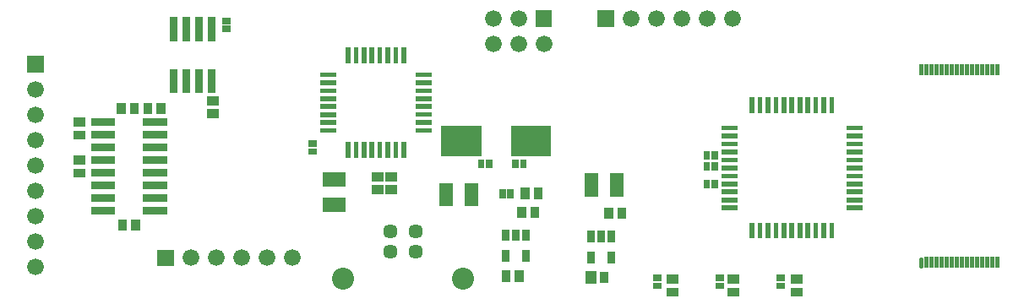
<source format=gbr>
G04 start of page 5 for group -4063 idx -4063 *
G04 Title: (unknown), componentmask *
G04 Creator: pcb 1.99y *
G04 CreationDate: Mon 27 Apr 2009 03:53:18 PM GMT UTC *
G04 For: jean *
G04 Format: Gerber/RS-274X *
G04 PCB-Dimensions: 600000 500000 *
G04 PCB-Coordinate-Origin: lower left *
%MOIN*%
%FSLAX25Y25*%
%LNFRONTMASK*%
%ADD11C,0.0200*%
%ADD37C,0.0660*%
%ADD38C,0.0570*%
%ADD39C,0.0870*%
%ADD40R,0.0300X0.0300*%
%ADD41R,0.0257X0.0257*%
%ADD42R,0.0355X0.0355*%
%ADD43R,0.0550X0.0550*%
%ADD44R,0.0187X0.0187*%
%ADD45R,0.0405X0.0405*%
%ADD46R,0.1200X0.1200*%
%ADD47C,0.0180*%
%ADD48R,0.0180X0.0180*%
G54D37*X75700Y390400D03*
X85700D03*
X95700D03*
X105700D03*
X115700D03*
G54D38*X154427Y400900D03*
X164269D03*
X154427Y393026D03*
X164269D03*
G54D39*X182971Y382199D03*
X135727D03*
G54D37*X14200Y436900D03*
Y426900D03*
Y416900D03*
Y406900D03*
G54D11*G36*
X10900Y470200D02*Y463600D01*
X17500D01*
Y470200D01*
X10900D01*
G37*
G54D37*X14200Y456900D03*
Y446900D03*
Y396900D03*
Y386900D03*
G54D11*G36*
X62400Y393700D02*Y387100D01*
X69000D01*
Y393700D01*
X62400D01*
G37*
G36*
X211500Y488300D02*Y481700D01*
X218100D01*
Y488300D01*
X211500D01*
G37*
G54D37*X204800Y485000D03*
X194800D03*
Y475000D03*
X204800D03*
X214800D03*
G54D11*G36*
X235900Y488200D02*Y481600D01*
X242500D01*
Y488200D01*
X235900D01*
G37*
G54D37*X249200Y484900D03*
X259200D03*
X269200D03*
X279200D03*
X289200D03*
G54D40*X68700Y463400D02*Y456900D01*
X73700Y463400D02*Y456900D01*
X78700Y463400D02*Y456900D01*
X83700Y483900D02*Y477400D01*
Y463400D02*Y456900D01*
X78700Y483900D02*Y477400D01*
X73700Y483900D02*Y477400D01*
X68700Y483900D02*Y477400D01*
G54D41*X89307Y480826D02*X90093D01*
X89307Y483974D02*X90093D01*
G54D42*X83708Y447341D02*X84692D01*
X83708Y452459D02*X84692D01*
X148708Y417341D02*X149692D01*
X154208D02*X155192D01*
X148708Y422459D02*X149692D01*
X154208D02*X155192D01*
G54D43*X130400Y421400D02*X134000D01*
X130400Y411400D02*X134000D01*
G54D41*X123307Y435474D02*X124093D01*
X123307Y432326D02*X124093D01*
G54D44*X137577Y435134D02*Y430708D01*
X140726Y435134D02*Y430708D01*
X143876Y435134D02*Y430708D01*
X147025Y435134D02*Y430708D01*
X150175Y435134D02*Y430708D01*
X153325Y435134D02*Y430708D01*
X156474Y435134D02*Y430708D01*
X159624Y435134D02*Y430708D01*
G54D42*X63759Y449892D02*Y448908D01*
X58641Y449892D02*Y448908D01*
X53259Y449892D02*Y448908D01*
X48141Y449892D02*Y448908D01*
G54D40*X37700Y443900D02*X44200D01*
X37700Y438900D02*X44200D01*
X37700Y433900D02*X44200D01*
X37700Y428900D02*X44200D01*
X58200Y438900D02*X64700D01*
X58200Y443900D02*X64700D01*
G54D42*X31208Y443959D02*X32192D01*
X31208Y438841D02*X32192D01*
X31208Y423841D02*X32192D01*
X31208Y428959D02*X32192D01*
X53759Y403892D02*Y402908D01*
G54D40*X58200Y408900D02*X64700D01*
X58200Y413900D02*X64700D01*
G54D42*X48641Y403892D02*Y402908D01*
G54D40*X37700Y423900D02*X44200D01*
X37700Y418900D02*X44200D01*
X37700Y413900D02*X44200D01*
X37700Y408900D02*X44200D01*
X58200Y418900D02*X64700D01*
X58200Y423900D02*X64700D01*
X58200Y428900D02*X64700D01*
X58200Y433900D02*X64700D01*
G54D44*X159623Y472692D02*Y468266D01*
X156474Y472692D02*Y468266D01*
X153324Y472692D02*Y468266D01*
X150175Y472692D02*Y468266D01*
X147025Y472692D02*Y468266D01*
X143875Y472692D02*Y468266D01*
X140726Y472692D02*Y468266D01*
X137576Y472692D02*Y468266D01*
X127608Y462723D02*X132034D01*
X127608Y459574D02*X132034D01*
X127608Y456424D02*X132034D01*
X127608Y453275D02*X132034D01*
X127608Y450125D02*X132034D01*
X127608Y446975D02*X132034D01*
X127608Y443826D02*X132034D01*
X127608Y440676D02*X132034D01*
G54D42*X265208Y381959D02*X266192D01*
X265208Y376841D02*X266192D01*
X238559Y383192D02*Y382208D01*
G54D45*X233441Y383192D02*Y382208D01*
G54D42*X205059Y383792D02*Y382808D01*
X199941Y383792D02*Y382808D01*
G54D41*X259307Y379326D02*X260093D01*
X259307Y382474D02*X260093D01*
G54D43*X186200Y417200D02*Y413600D01*
X176200Y417200D02*Y413600D01*
G54D41*X193274Y427793D02*Y427007D01*
X190126Y427793D02*Y427007D01*
X201674Y416093D02*Y415307D01*
X198526Y416093D02*Y415307D01*
X203626Y427793D02*Y427007D01*
X206774Y427793D02*Y427007D01*
G54D44*X165166Y440677D02*X169592D01*
G54D11*G36*
X174233Y442403D02*X190170Y442399D01*
X190167Y430399D01*
X174230Y430403D01*
X174233Y442403D01*
G37*
G54D46*X207791Y436401D02*X211728D01*
G54D44*X165166Y443826D02*X169592D01*
X165166Y446976D02*X169592D01*
X165166Y450125D02*X169592D01*
X165166Y453275D02*X169592D01*
X165166Y456425D02*X169592D01*
X165166Y459574D02*X169592D01*
X165166Y462724D02*X169592D01*
G54D43*X243600Y421000D02*Y417400D01*
G54D42*X245659Y408492D02*Y407508D01*
X240541Y408492D02*Y407508D01*
G54D40*X241300Y391400D02*Y389800D01*
Y399600D02*Y398000D01*
X237400Y399600D02*Y398000D01*
G54D43*X233600Y421000D02*Y417400D01*
G54D40*X233500Y391400D02*Y389800D01*
Y399600D02*Y398000D01*
G54D42*X207541Y416292D02*Y415308D01*
X212659Y416292D02*Y415308D01*
G54D40*X199900Y392000D02*Y390400D01*
X207700Y392000D02*Y390400D01*
Y400200D02*Y398600D01*
X203800Y400200D02*Y398600D01*
X199900Y400200D02*Y398600D01*
G54D42*X211259Y408892D02*Y407908D01*
X206141Y408892D02*Y407908D01*
G54D47*X363700Y389900D02*Y387300D01*
G54D48*X365700Y389900D02*Y387300D01*
X367700Y389900D02*Y387300D01*
X369700Y389900D02*Y387300D01*
X371700Y389900D02*Y387300D01*
X373700Y389900D02*Y387300D01*
X375700Y389900D02*Y387300D01*
X377700Y389900D02*Y387300D01*
X379700Y389900D02*Y387300D01*
X381700Y389900D02*Y387300D01*
X383700Y389900D02*Y387300D01*
X385700Y389900D02*Y387300D01*
X387700Y389900D02*Y387300D01*
X389700Y389900D02*Y387300D01*
X391700Y389900D02*Y387300D01*
X393700Y389900D02*Y387300D01*
Y466000D02*Y463400D01*
X391700Y466000D02*Y463400D01*
X389700Y466000D02*Y463400D01*
X387700Y466000D02*Y463400D01*
X385700Y466000D02*Y463400D01*
X383700Y466000D02*Y463400D01*
X381700Y466000D02*Y463400D01*
X379700Y466000D02*Y463400D01*
X377700Y466000D02*Y463400D01*
X375700Y466000D02*Y463400D01*
X373700Y466000D02*Y463400D01*
X371700Y466000D02*Y463400D01*
X369700Y466000D02*Y463400D01*
X367700Y466000D02*Y463400D01*
X365700Y466000D02*Y463400D01*
X363700Y466000D02*Y463400D01*
G54D41*X282274Y431293D02*Y430507D01*
X279126Y431293D02*Y430507D01*
X282274Y419793D02*Y419007D01*
X279126Y419793D02*Y419007D01*
X282274Y426793D02*Y426007D01*
X279126Y426793D02*Y426007D01*
G54D44*X285802Y441648D02*X290228D01*
X285802Y438499D02*X290228D01*
X285802Y435349D02*X290228D01*
X285802Y432200D02*X290228D01*
X285802Y429050D02*X290228D01*
X285802Y425900D02*X290228D01*
X285802Y422751D02*X290228D01*
X335172Y425900D02*X339598D01*
X335172Y429049D02*X339598D01*
X335172Y432199D02*X339598D01*
X335172Y435348D02*X339598D01*
X335172Y438498D02*X339598D01*
X335172Y441648D02*X339598D01*
X328448Y452798D02*Y448372D01*
X325299Y452798D02*Y448372D01*
X322149Y452798D02*Y448372D01*
X319000Y452798D02*Y448372D01*
X315850Y452798D02*Y448372D01*
X312700Y452798D02*Y448372D01*
X309551Y452798D02*Y448372D01*
X306401Y452798D02*Y448372D01*
X303252Y452798D02*Y448372D01*
X300102Y452798D02*Y448372D01*
X296952Y452798D02*Y448372D01*
X285802Y419601D02*X290228D01*
X285802Y416452D02*X290228D01*
X285802Y413302D02*X290228D01*
X285802Y410152D02*X290228D01*
X296952Y403428D02*Y399002D01*
X300101Y403428D02*Y399002D01*
X303251Y403428D02*Y399002D01*
X306400Y403428D02*Y399002D01*
X309550Y403428D02*Y399002D01*
X312700Y403428D02*Y399002D01*
X315849Y403428D02*Y399002D01*
X318999Y403428D02*Y399002D01*
X322148Y403428D02*Y399002D01*
X325298Y403428D02*Y399002D01*
X328448Y403428D02*Y399002D01*
X335172Y410152D02*X339598D01*
X335172Y413301D02*X339598D01*
X335172Y416451D02*X339598D01*
X335172Y419600D02*X339598D01*
X335172Y422750D02*X339598D01*
G54D41*X307807Y379326D02*X308593D01*
X307807Y382474D02*X308593D01*
G54D42*X314208Y381959D02*X315192D01*
X314208Y376841D02*X315192D01*
G54D41*X283807Y379326D02*X284593D01*
X283807Y382474D02*X284593D01*
G54D42*X289208Y381959D02*X290192D01*
X289208Y376841D02*X290192D01*
M02*

</source>
